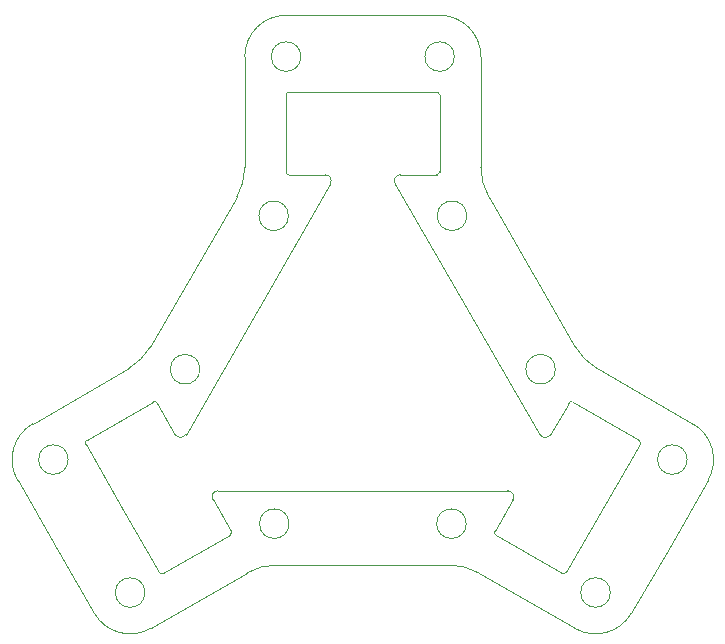
<source format=gm1>
G04 #@! TF.GenerationSoftware,KiCad,Pcbnew,5.1.9+dfsg1-1+deb11u1*
G04 #@! TF.CreationDate,2024-03-16T20:12:57+09:00*
G04 #@! TF.ProjectId,outer,6f757465-722e-46b6-9963-61645f706362,rev?*
G04 #@! TF.SameCoordinates,Original*
G04 #@! TF.FileFunction,Profile,NP*
%FSLAX46Y46*%
G04 Gerber Fmt 4.6, Leading zero omitted, Abs format (unit mm)*
G04 Created by KiCad (PCBNEW 5.1.9+dfsg1-1+deb11u1) date 2024-03-16 20:12:57*
%MOMM*%
%LPD*%
G01*
G04 APERTURE LIST*
G04 #@! TA.AperFunction,Profile*
%ADD10C,0.050000*%
G04 #@! TD*
G04 APERTURE END LIST*
D10*
X127750000Y-60500000D02*
G75*
G03*
X127750000Y-60500000I-1250000J0D01*
G01*
X128799040Y-73981310D02*
G75*
G03*
X128799040Y-73981310I-1250000J0D01*
G01*
X147449700Y-94620800D02*
G75*
G03*
X147449700Y-94620800I-1250000J0D01*
G01*
X136299000Y-86971700D02*
G75*
G03*
X136299000Y-86971700I-1250000J0D01*
G01*
X140949700Y-105879200D02*
G75*
G03*
X140949700Y-105879200I-1250000J0D01*
G01*
X128750000Y-100046999D02*
G75*
G03*
X128750000Y-100046999I-1250000J0D01*
G01*
X114750000Y-60500000D02*
G75*
G03*
X114750000Y-60500000I-1250000J0D01*
G01*
X113700960Y-73981310D02*
G75*
G03*
X113700960Y-73981310I-1250000J0D01*
G01*
X104988912Y-92499999D02*
G75*
G02*
X104122888Y-92500000I-433012J249999D01*
G01*
X117257590Y-71250000D02*
X104988900Y-92500000D01*
X116824570Y-70500000D02*
G75*
G02*
X117257583Y-71250000I0J-500000D01*
G01*
X113750000Y-70500000D02*
X116824570Y-70500000D01*
X113750000Y-70500000D02*
G75*
G02*
X113500000Y-70250000I0J250000D01*
G01*
X113500000Y-63750000D02*
X113500000Y-70250000D01*
X113500000Y-63750000D02*
G75*
G02*
X113750000Y-63500000I250000J0D01*
G01*
X120000000Y-63500000D02*
X113750000Y-63500000D01*
X126250000Y-63500000D02*
X120000000Y-63500000D01*
X126250000Y-63500000D02*
G75*
G02*
X126500000Y-63750000I0J-250000D01*
G01*
X126500000Y-70250000D02*
X126500000Y-63750000D01*
X126500000Y-70250000D02*
G75*
G02*
X126250000Y-70500000I-250000J0D01*
G01*
X123175430Y-70500000D02*
X126250000Y-70500000D01*
X122742417Y-71250000D02*
G75*
G02*
X123175430Y-70500000I433013J250000D01*
G01*
X135011100Y-92500000D02*
X122742410Y-71250000D01*
X135877113Y-92500000D02*
G75*
G02*
X135011087Y-92500000I-433013J250000D01*
G01*
X135877100Y-92500000D02*
X137414400Y-89837300D01*
X137414393Y-89837300D02*
G75*
G02*
X137755900Y-89745793I216507J-125000D01*
G01*
X137755900Y-89745800D02*
X143385100Y-92995800D01*
X143385100Y-92995794D02*
G75*
G02*
X143476606Y-93337300I-125000J-216506D01*
G01*
X143476600Y-93337300D02*
X140351600Y-98750000D01*
X140351600Y-98750000D02*
X137226600Y-104162700D01*
X137226606Y-104162700D02*
G75*
G02*
X136885100Y-104254206I-216506J125000D01*
G01*
X136885100Y-104254200D02*
X131255900Y-101004200D01*
X131255900Y-101004207D02*
G75*
G02*
X131164393Y-100662700I125000J216507D01*
G01*
X131164400Y-100662700D02*
X132701700Y-98000000D01*
X132268700Y-97250001D02*
G75*
G02*
X132701712Y-98000000I0J-499999D01*
G01*
X107731300Y-97250000D02*
X132268700Y-97250000D01*
X107298287Y-98000000D02*
G75*
G02*
X107731300Y-97250000I433013J250000D01*
G01*
X107298300Y-98000000D02*
X108835600Y-100662700D01*
X108835606Y-100662700D02*
G75*
G02*
X108744100Y-101004206I-216506J-125000D01*
G01*
X108744100Y-101004200D02*
X103114900Y-104254200D01*
X103114900Y-104254206D02*
G75*
G02*
X102773394Y-104162700I-125000J216506D01*
G01*
X102773400Y-104162700D02*
X99648400Y-98750000D01*
X99648400Y-98750000D02*
X96523400Y-93337300D01*
X96523393Y-93337300D02*
G75*
G02*
X96614900Y-92995793I216507J125000D01*
G01*
X96614900Y-92995800D02*
X102244100Y-89745800D01*
X102244100Y-89745793D02*
G75*
G02*
X102585607Y-89837300I125000J-216507D01*
G01*
X102585600Y-89837300D02*
X104122900Y-92500000D01*
X113750000Y-100046999D02*
G75*
G03*
X113750000Y-100046999I-1250000J0D01*
G01*
X106201000Y-86971700D02*
G75*
G03*
X106201000Y-86971700I-1250000J0D01*
G01*
X95050300Y-94620800D02*
G75*
G03*
X95050300Y-94620800I-1250000J0D01*
G01*
X101550300Y-105879200D02*
G75*
G03*
X101550300Y-105879200I-1250000J0D01*
G01*
X127320510Y-103547000D02*
X112679490Y-103547000D01*
X127320510Y-103546999D02*
G75*
G02*
X129820510Y-104216872I0J-5000001D01*
G01*
X129820510Y-104216900D02*
X137949700Y-108910300D01*
X142730788Y-107629200D02*
G75*
G02*
X137949700Y-108910288I-3031088J1750000D01*
G01*
X142730800Y-107629200D02*
X145980800Y-102000000D01*
X149230800Y-96370800D02*
X145980800Y-102000000D01*
X147949700Y-91589712D02*
G75*
G02*
X149230788Y-96370800I-1750000J-3031088D01*
G01*
X147949700Y-91589700D02*
X139820500Y-86896400D01*
X139820499Y-86896328D02*
G75*
G02*
X137990372Y-85066200I2500001J4330128D01*
G01*
X130669900Y-72386750D02*
X137990400Y-85066200D01*
X130669872Y-72386749D02*
G75*
G02*
X130000000Y-69886749I4330128J2499999D01*
G01*
X130000000Y-69886750D02*
X130000000Y-60500000D01*
X126500001Y-57000000D02*
G75*
G02*
X130000000Y-60500001I-1J-3500000D01*
G01*
X126500000Y-57000000D02*
X120000000Y-57000000D01*
X113500000Y-57000000D02*
X120000000Y-57000000D01*
X110000000Y-60500000D02*
G75*
G02*
X113500000Y-57000000I3500000J0D01*
G01*
X110000000Y-69886750D02*
X110000000Y-60500000D01*
X110000000Y-69886749D02*
G75*
G02*
X109330128Y-72386749I-5000000J-1D01*
G01*
X109330100Y-72386750D02*
X102009600Y-85066200D01*
X102009627Y-85066200D02*
G75*
G02*
X100179500Y-86896327I-4330127J2500000D01*
G01*
X100179500Y-86896400D02*
X92050300Y-91589700D01*
X90769211Y-96370800D02*
G75*
G02*
X92050300Y-91589711I3031089J1750000D01*
G01*
X90769200Y-96370800D02*
X94019200Y-102000000D01*
X97269200Y-107629200D02*
X94019200Y-102000000D01*
X102050300Y-108910288D02*
G75*
G02*
X97269212Y-107629200I-1750000J3031088D01*
G01*
X110179490Y-104216900D02*
X102050300Y-108910300D01*
X110179490Y-104216873D02*
G75*
G02*
X112679490Y-103547000I2500000J-4330127D01*
G01*
M02*

</source>
